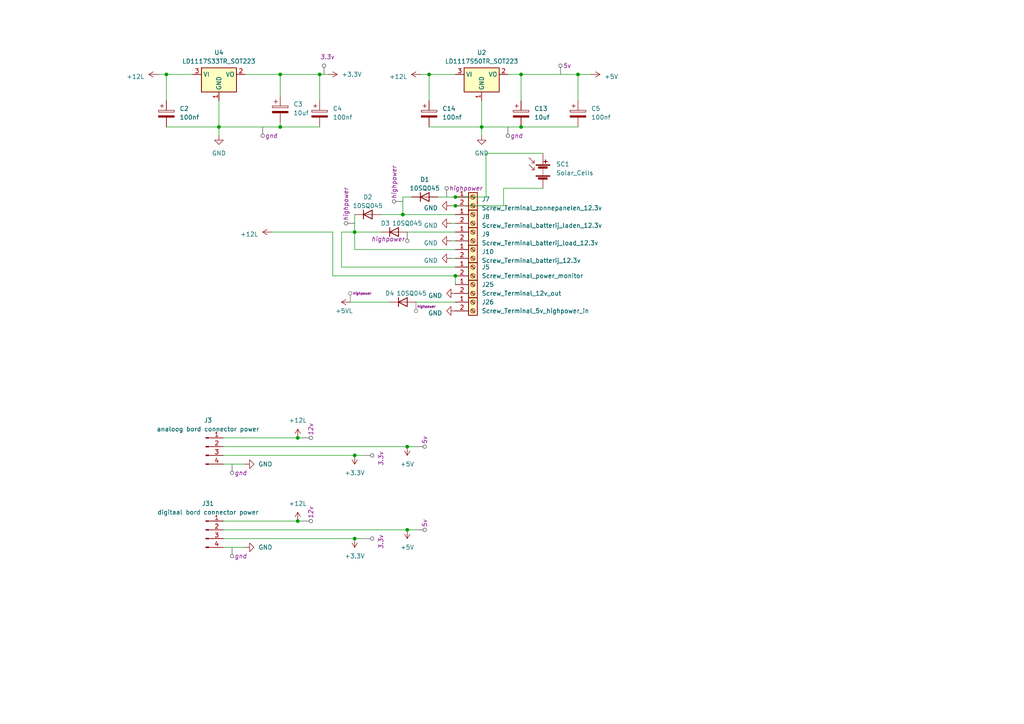
<source format=kicad_sch>
(kicad_sch (version 20231120) (generator "eeschema") (generator_version "8.0")
  (paper "A4")
  (lib_symbols
    (symbol "Connector:Conn_01x04_Pin" (pin_names (offset 1.016) hide)
      (property "Reference" "J" (at 0 5.08 0))
      (property "Value" "Conn_01x04_Pin" (at 0 -7.62 0))
      (symbol "Conn_01x04_Pin_1_1"
        (polyline (pts (xy 1.27 -5.08) (xy 0.8636 -5.08)) (stroke (width 0.1524)))
        (polyline (pts (xy 1.27 -2.54) (xy 0.8636 -2.54)) (stroke (width 0.1524)))
        (polyline (pts (xy 1.27 0) (xy 0.8636 0)) (stroke (width 0.1524)))
        (polyline (pts (xy 1.27 2.54) (xy 0.8636 2.54)) (stroke (width 0.1524)))
        (rectangle (start 0.8636 -4.953) (end 0 -5.207) (stroke (width 0.1524)) (fill (type outline)))
        (rectangle (start 0.8636 -2.413) (end 0 -2.667) (stroke (width 0.1524)) (fill (type outline)))
        (rectangle (start 0.8636 0.127) (end 0 -0.127) (stroke (width 0.1524)) (fill (type outline)))
        (rectangle (start 0.8636 2.667) (end 0 2.413) (stroke (width 0.1524)) (fill (type outline)))
        (pin passive line (at 5.08 2.54 180) (length 3.81) (name "Pin_1") (number "1"))
        (pin passive line (at 5.08 0 180) (length 3.81) (name "Pin_2") (number "2"))
        (pin passive line (at 5.08 -2.54 180) (length 3.81) (name "Pin_3") (number "3"))
        (pin passive line (at 5.08 -5.08 180) (length 3.81) (name "Pin_4") (number "4"))
      )
    )
    (symbol "Connector:Screw_Terminal_01x02" (pin_names (offset 1.016) hide)
      (property "Reference" "J" (at 0 2.54 0))
      (property "Value" "Screw_Terminal_01x02" (at 0 -5.08 0))
      (symbol "Screw_Terminal_01x02_1_1"
        (rectangle (start -1.27 1.27) (end 1.27 -3.81) (stroke (width 0.254)) (fill (type background)))
        (circle (center 0 -2.54) (radius 0.635) (stroke (width 0.1524)))
        (polyline (pts (xy -0.5334 -2.2098) (xy 0.3302 -3.048)) (stroke (width 0.1524)))
        (polyline (pts (xy -0.5334 0.3302) (xy 0.3302 -0.508)) (stroke (width 0.1524)))
        (polyline (pts (xy -0.3556 -2.032) (xy 0.508 -2.8702)) (stroke (width 0.1524)))
        (polyline (pts (xy -0.3556 0.508) (xy 0.508 -0.3302)) (stroke (width 0.1524)))
        (circle (center 0 0) (radius 0.635) (stroke (width 0.1524)))
        (pin passive line (at -5.08 0 0) (length 3.81) (name "Pin_1") (number "1"))
        (pin passive line (at -5.08 -2.54 0) (length 3.81) (name "Pin_2") (number "2"))
      )
    )
    (symbol "Device:C_Polarized" (pin_numbers hide) (pin_names (offset 0.254))
      (property "Reference" "C" (at 0.635 2.54 0))
      (property "Value" "C_Polarized" (at 0.635 -2.54 0))
      (symbol "C_Polarized_0_1"
        (rectangle (start -2.286 0.508) (end 2.286 1.016))
        (polyline (pts (xy -1.778 2.286) (xy -0.762 2.286)))
        (polyline (pts (xy -1.27 2.794) (xy -1.27 1.778)))
        (rectangle (start 2.286 -0.508) (end -2.286 -1.016) (fill (type outline)))
      )
      (symbol "C_Polarized_1_1"
        (pin passive line (at 0 3.81 270) (length 2.794) (name "~") (number "1"))
        (pin passive line (at 0 -3.81 90) (length 2.794) (name "~") (number "2"))
      )
    )
    (symbol "Device:D" (pin_numbers hide) (pin_names (offset 1.016) hide)
      (property "Reference" "D" (at 0 2.54 0))
      (property "Value" "D" (at 0 -2.54 0))
      (symbol "D_0_1"
        (polyline (pts (xy -1.27 1.27) (xy -1.27 -1.27)) (stroke (width 0.254)))
        (polyline (pts (xy 1.27 0) (xy -1.27 0)))
        (polyline (pts (xy 1.27 1.27) (xy 1.27 -1.27) (xy -1.27 0) (xy 1.27 1.27)) (stroke (width 0.254)))
      )
      (symbol "D_1_1"
        (pin passive line (at -3.81 0 0) (length 2.54) (name "K") (number "1"))
        (pin passive line (at 3.81 0 180) (length 2.54) (name "A") (number "2"))
      )
    )
    (symbol "Device:Solar_Cells" (pin_numbers hide) (pin_names (offset 0) hide)
      (property "Reference" "SC" (at 2.54 2.54 0))
      (property "Value" "Solar_Cells" (at 2.54 0 0))
      (symbol "Solar_Cells_0_1"
        (rectangle (start -2.032 -1.397) (end 2.032 -1.651) (fill (type outline)))
        (rectangle (start -2.032 1.778) (end 2.032 1.524) (fill (type outline)))
        (rectangle (start -1.3208 -1.9812) (end 1.27 -2.4892) (fill (type outline)))
        (rectangle (start -1.3208 1.1938) (end 1.27 0.6858) (fill (type outline)))
        (polyline (pts (xy -2.54 0.254) (xy -4.064 1.778)))
        (polyline (pts (xy -2.54 2.286) (xy -4.064 3.81)))
        (polyline (pts (xy 0 -1.524) (xy 0 -1.27)))
        (polyline (pts (xy 0 -1.016) (xy 0 -0.762)))
        (polyline (pts (xy 0 -0.508) (xy 0 -0.254)))
        (polyline (pts (xy 0 0) (xy 0 0.254)))
        (polyline (pts (xy 0 0.508) (xy 0 0.762)))
        (polyline (pts (xy 0 1.778) (xy 0 2.54)))
        (polyline (pts (xy 0.254 2.667) (xy 1.27 2.667)) (stroke (width 0.254)))
        (polyline (pts (xy 0.762 3.175) (xy 0.762 2.159)) (stroke (width 0.254)))
        (polyline (pts (xy -2.54 1.016) (xy -2.54 0.254) (xy -3.302 0.254)))
        (polyline (pts (xy -2.54 3.048) (xy -2.54 2.286) (xy -3.302 2.286)))
      )
      (symbol "Solar_Cells_1_1"
        (pin passive line (at 0 5.08 270) (length 2.54) (name "+") (number "1"))
        (pin passive line (at 0 -5.08 90) (length 2.54) (name "-") (number "2"))
      )
    )
    (symbol "Regulator_Linear:LD1117S33TR_SOT223"
      (property "Reference" "U" (at -3.81 3.175 0))
      (property "Value" "LD1117S33TR_SOT223" (at 0 3.175 0))
      (symbol "LD1117S33TR_SOT223_0_1"
        (rectangle (start -5.08 -5.08) (end 5.08 1.905) (stroke (width 0.254)) (fill (type background)))
      )
      (symbol "LD1117S33TR_SOT223_1_1"
        (pin power_in line (at 0 -7.62 90) (length 2.54) (name "GND") (number "1"))
        (pin power_out line (at 7.62 0 180) (length 2.54) (name "VO") (number "2"))
        (pin power_in line (at -7.62 0 0) (length 2.54) (name "VI") (number "3"))
      )
    )
    (symbol "Regulator_Linear:LD1117S50TR_SOT223"
      (property "Reference" "U" (at -3.81 3.175 0))
      (property "Value" "LD1117S50TR_SOT223" (at 0 3.175 0))
      (symbol "LD1117S50TR_SOT223_0_1"
        (rectangle (start -5.08 -5.08) (end 5.08 1.905) (stroke (width 0.254)) (fill (type background)))
      )
      (symbol "LD1117S50TR_SOT223_1_1"
        (pin power_in line (at 0 -7.62 90) (length 2.54) (name "GND") (number "1"))
        (pin power_out line (at 7.62 0 180) (length 2.54) (name "VO") (number "2"))
        (pin power_in line (at -7.62 0 0) (length 2.54) (name "VI") (number "3"))
      )
    )
    (symbol "power:+12L" (power) (pin_numbers hide) (pin_names (offset 0) hide)
      (property "Value" "+12L" (at 0 3.556 0))
      (symbol "+12L_0_1"
        (polyline (pts (xy -0.762 1.27) (xy 0 2.54)))
        (polyline (pts (xy 0 0) (xy 0 2.54)))
        (polyline (pts (xy 0 2.54) (xy 0.762 1.27)))
      )
      (symbol "+12L_1_1"
        (pin power_in line (at 0 0 90) (length 0) (name "~") (number "1"))
      )
    )
    (symbol "power:+3.3V" (power) (pin_numbers hide) (pin_names (offset 0) hide)
      (property "Value" "+3.3V" (at 0 3.556 0))
      (symbol "+3.3V_0_1"
        (polyline (pts (xy -0.762 1.27) (xy 0 2.54)))
        (polyline (pts (xy 0 0) (xy 0 2.54)))
        (polyline (pts (xy 0 2.54) (xy 0.762 1.27)))
      )
      (symbol "+3.3V_1_1"
        (pin power_in line (at 0 0 90) (length 0) (name "~") (number "1"))
      )
    )
    (symbol "power:+5V" (power) (pin_numbers hide) (pin_names (offset 0) hide)
      (property "Value" "+5V" (at 0 3.556 0))
      (symbol "+5V_0_1"
        (polyline (pts (xy -0.762 1.27) (xy 0 2.54)))
        (polyline (pts (xy 0 0) (xy 0 2.54)))
        (polyline (pts (xy 0 2.54) (xy 0.762 1.27)))
      )
      (symbol "+5V_1_1"
        (pin power_in line (at 0 0 90) (length 0) (name "~") (number "1"))
      )
    )
    (symbol "power:+5VL" (power) (pin_numbers hide) (pin_names (offset 0) hide)
      (property "Value" "+5VL" (at 0 3.556 0))
      (symbol "+5VL_0_1"
        (polyline (pts (xy -0.762 1.27) (xy 0 2.54)))
        (polyline (pts (xy 0 0) (xy 0 2.54)))
        (polyline (pts (xy 0 2.54) (xy 0.762 1.27)))
      )
      (symbol "+5VL_1_1"
        (pin power_in line (at 0 0 90) (length 0) (name "~") (number "1"))
      )
    )
    (symbol "power:GND" (power) (pin_numbers hide) (pin_names (offset 0) hide)
      (property "Value" "GND" (at 0 -3.81 0))
      (symbol "GND_0_1"
        (polyline (pts (xy 0 0) (xy 0 -1.27) (xy 1.27 -1.27) (xy 0 -2.54) (xy -1.27 -1.27) (xy 0 -1.27)))
      )
      (symbol "GND_1_1"
        (pin power_in line (at 0 0 270) (length 0) (name "~") (number "1"))
      )
    )
  )
  (junction (at 151.13 36.83))
  (junction (at 167.64 21.59))
  (junction (at 132.08 57.15))
  (junction (at 151.13 21.59))
  (junction (at 86.36 127))
  (junction (at 132.08 59.69))
  (junction (at 118.11 129.54))
  (junction (at 86.36 151.13))
  (junction (at 116.84 62.23))
  (junction (at 81.28 36.83))
  (junction (at 48.26 21.59))
  (junction (at 102.87 132.08))
  (junction (at 132.08 80.01))
  (junction (at 92.71 21.59))
  (junction (at 118.11 153.67))
  (junction (at 139.7 36.83))
  (junction (at 102.87 156.21))
  (junction (at 102.87 67.31))
  (junction (at 81.28 21.59))
  (junction (at 63.5 36.83))
  (junction (at 124.46 21.59))
  (wire (pts (xy 118.11 67.31) (xy 132.08 67.31)))
  (wire (pts (xy 167.64 21.59) (xy 171.45 21.59)))
  (wire (pts (xy 118.11 153.67) (xy 120.65 153.67)))
  (wire (pts (xy 102.87 72.39) (xy 102.87 67.31)))
  (wire (pts (xy 48.26 36.83) (xy 63.5 36.83)))
  (wire (pts (xy 64.77 153.67) (xy 118.11 153.67)))
  (wire (pts (xy 81.28 21.59) (xy 92.71 21.59)))
  (wire (pts (xy 71.12 158.75) (xy 64.77 158.75)))
  (wire (pts (xy 102.87 156.21) (xy 105.41 156.21)))
  (wire (pts (xy 96.52 80.01) (xy 96.52 67.31)))
  (wire (pts (xy 48.26 21.59) (xy 48.26 29.21)))
  (wire (pts (xy 102.87 67.31) (xy 110.49 67.31)))
  (wire (pts (xy 102.87 132.08) (xy 105.41 132.08)))
  (wire (pts (xy 63.5 39.37) (xy 63.5 36.83)))
  (wire (pts (xy 63.5 36.83) (xy 81.28 36.83)))
  (wire (pts (xy 92.71 29.21) (xy 92.71 21.59)))
  (wire (pts (xy 127 57.15) (xy 132.08 57.15)))
  (wire (pts (xy 64.77 156.21) (xy 102.87 156.21)))
  (wire (pts (xy 120.65 87.63) (xy 132.08 87.63)))
  (wire (pts (xy 96.52 80.01) (xy 132.08 80.01)))
  (wire (pts (xy 139.7 36.83) (xy 151.13 36.83)))
  (wire (pts (xy 99.06 67.31) (xy 99.06 77.47)))
  (wire (pts (xy 81.28 36.83) (xy 92.71 36.83)))
  (wire (pts (xy 64.77 151.13) (xy 86.36 151.13)))
  (wire (pts (xy 86.36 151.13) (xy 87.63 151.13)))
  (wire (pts (xy 101.6 87.63) (xy 113.03 87.63)))
  (wire (pts (xy 130.81 64.77) (xy 132.08 64.77)))
  (wire (pts (xy 102.87 67.31) (xy 99.06 67.31)))
  (wire (pts (xy 96.52 67.31) (xy 78.74 67.31)))
  (wire (pts (xy 119.38 57.15) (xy 116.84 57.15)))
  (wire (pts (xy 124.46 21.59) (xy 132.08 21.59)))
  (wire (pts (xy 151.13 21.59) (xy 151.13 29.21)))
  (wire (pts (xy 124.46 36.83) (xy 139.7 36.83)))
  (wire (pts (xy 140.97 44.45) (xy 140.97 57.15)))
  (wire (pts (xy 157.48 54.61) (xy 146.05 54.61)))
  (wire (pts (xy 102.87 72.39) (xy 132.08 72.39)))
  (wire (pts (xy 130.81 69.85) (xy 132.08 69.85)))
  (wire (pts (xy 124.46 21.59) (xy 124.46 29.21)))
  (wire (pts (xy 151.13 36.83) (xy 167.64 36.83)))
  (wire (pts (xy 116.84 62.23) (xy 132.08 62.23)))
  (wire (pts (xy 48.26 21.59) (xy 55.88 21.59)))
  (wire (pts (xy 157.48 44.45) (xy 140.97 44.45)))
  (wire (pts (xy 110.49 62.23) (xy 116.84 62.23)))
  (wire (pts (xy 139.7 36.83) (xy 139.7 29.21)))
  (wire (pts (xy 147.32 21.59) (xy 151.13 21.59)))
  (wire (pts (xy 132.08 59.69) (xy 146.05 59.69)))
  (wire (pts (xy 81.28 35.56) (xy 81.28 36.83)))
  (wire (pts (xy 102.87 62.23) (xy 102.87 67.31)))
  (wire (pts (xy 167.64 29.21) (xy 167.64 21.59)))
  (wire (pts (xy 116.84 57.15) (xy 116.84 62.23)))
  (wire (pts (xy 45.72 21.59) (xy 48.26 21.59)))
  (wire (pts (xy 130.81 74.93) (xy 132.08 74.93)))
  (wire (pts (xy 139.7 39.37) (xy 139.7 36.83)))
  (wire (pts (xy 71.12 134.62) (xy 64.77 134.62)))
  (wire (pts (xy 71.12 21.59) (xy 81.28 21.59)))
  (wire (pts (xy 64.77 129.54) (xy 118.11 129.54)))
  (wire (pts (xy 140.97 57.15) (xy 132.08 57.15)))
  (wire (pts (xy 64.77 132.08) (xy 102.87 132.08)))
  (wire (pts (xy 92.71 21.59) (xy 95.25 21.59)))
  (wire (pts (xy 81.28 21.59) (xy 81.28 27.94)))
  (wire (pts (xy 130.81 59.69) (xy 132.08 59.69)))
  (wire (pts (xy 86.36 127) (xy 87.63 127)))
  (wire (pts (xy 99.06 77.47) (xy 132.08 77.47)))
  (wire (pts (xy 64.77 127) (xy 86.36 127)))
  (wire (pts (xy 118.11 129.54) (xy 120.65 129.54)))
  (wire (pts (xy 63.5 36.83) (xy 63.5 29.21)))
  (wire (pts (xy 146.05 54.61) (xy 146.05 59.69)))
  (wire (pts (xy 132.08 80.01) (xy 132.08 82.55)))
  (wire (pts (xy 151.13 21.59) (xy 167.64 21.59)))
  (wire (pts (xy 121.92 21.59) (xy 124.46 21.59)))
  (netclass_flag "" (length 2.54) (shape round) (at 116.84 58.42 90) (property "Netclass" "highpower" (at 114.3 57.7215 90) (effects (font (italic yes)) (justify left))))
  (netclass_flag "" (length 2.54) (shape round) (at 93.98 21.59 0) (property "Netclass" "3.3v" (at 97.028 16.51 0) (effects (font (italic yes)) (justify right))))
  (netclass_flag "" (length 2.54) (shape round) (at 129.54 57.15 0) (property "Netclass" "highpower" (at 130.2385 54.61 0) (effects (font (italic yes)) (justify left))))
  (netclass_flag "" (length 2.54) (shape round) (at 120.65 129.54 270) (property "Netclass" "5v" (at 123.19 128.8415 90) (effects (font (italic yes)) (justify left))))
  (netclass_flag "" (length 2.54) (shape round) (at 87.63 151.13 270) (property "Netclass" "12v" (at 90.17 150.4315 90) (effects (font (italic yes)) (justify left))))
  (netclass_flag "" (length 2.54) (shape round) (at 118.11 67.31 180) (property "Netclass" "highpower" (at 107.696 69.342 0) (effects (font (italic yes)) (justify left))))
  (netclass_flag "" (length 2.54) (shape round) (at 87.63 127 270) (property "Netclass" "12v" (at 90.17 126.3015 90) (effects (font (italic yes)) (justify left))))
  (netclass_flag "" (length 2.54) (shape round) (at 147.32 36.83 180) (property "Netclass" "gnd" (at 148.0185 39.37 0) (effects (font (italic yes)) (justify left))))
  (netclass_flag "" (length 2.54) (shape round) (at 67.31 158.75 180) (property "Netclass" "gnd" (at 68.0085 161.29 0) (effects (font (italic yes)) (justify left))))
  (netclass_flag "" (length 2.54) (shape round) (at 105.41 132.08 270) (property "Netclass" "3.3v" (at 110.49 135.128 90) (effects (font (italic yes)) (justify left))))
  (netclass_flag "" (length 2.54) (shape round) (at 120.65 87.63 180) (property "Netclass" "highpower" (at 120.904 88.9 0) (effects (font (size 0.7 0.7) (italic yes)) (justify left))))
  (netclass_flag "" (length 2.54) (shape round) (at 76.2 36.83 180) (property "Netclass" "gnd" (at 76.8985 39.37 0) (effects (font (italic yes)) (justify left))))
  (netclass_flag "" (length 2.54) (shape round) (at 102.87 64.77 90) (property "Netclass" "highpower" (at 100.33 64.0715 90) (effects (font (italic yes)) (justify left))))
  (netclass_flag "" (length 2.54) (shape round) (at 101.6 87.63 0) (property "Netclass" "highpower" (at 102.2985 85.09 0) (effects (font (size 0.7 0.7) (italic yes)) (justify left))))
  (netclass_flag "" (length 2.54) (shape round) (at 67.31 134.62 180) (property "Netclass" "gnd" (at 68.0085 137.16 0) (effects (font (italic yes)) (justify left))))
  (netclass_flag "" (length 2.54) (shape round) (at 162.56 21.59 0) (property "Netclass" "5v" (at 163.2585 19.05 0) (effects (font (italic yes)) (justify left))))
  (netclass_flag "" (length 2.54) (shape round) (at 105.41 156.21 270) (property "Netclass" "3.3v" (at 110.49 159.258 90) (effects (font (italic yes)) (justify left))))
  (netclass_flag "" (length 2.54) (shape round) (at 120.65 153.67 270) (property "Netclass" "5v" (at 123.19 152.9715 90) (effects (font (italic yes)) (justify left))))
  (symbol (lib_id "Connector:Screw_Terminal_01x02") (at 137.16 72.39 0) (unit 1)
    (property "Reference" "J10" (at 139.7 73.025 0) (effects (justify left)))
    (property "Value" "Screw_Terminal_batterij_12.3v" (at 139.7 75.565 0) (effects (justify left)))
    (property "Footprint" "TerminalBlock_4Ucon:TerminalBlock_4Ucon_1x02_P3.50mm_Horizontal" (effects (hide yes)))
    (property "Description" "Generic screw terminal, single row, 01x02, script generated (kicad-library-utils/schlib/autogen/connector/)" (effects (hide yes)))
  )
  (symbol (lib_id "Device:D") (at 106.68 62.23 0) (unit 1)
    (property "Reference" "D2" (at 106.68 57.15 0))
    (property "Value" "10SQ045" (at 106.68 59.69 0))
    (property "Footprint" "Diode_THT:D_DO-201AD_P12.70mm_Horizontal" (effects (hide yes)))
    (property "Description" "Diode" (effects (hide yes)))
    (property "Sim.Device" "D" (effects (hide yes)))
    (property "Sim.Pins" "1=K 2=A" (effects (hide yes)))
  )
  (symbol (lib_id "power:+3.3V") (at 102.87 156.21 180) (unit 1)
    (property "Reference" "#PWR076" (effects (hide yes)))
    (property "Value" "+3.3V" (at 102.87 161.29 0))
    (property "Description" "Power symbol creates a global label with name \"+3.3V\"" (effects (hide yes)))
  )
  (symbol (lib_id "Connector:Screw_Terminal_01x02") (at 137.16 67.31 0) (unit 1)
    (property "Reference" "J9" (at 139.7 67.945 0) (effects (justify left)))
    (property "Value" "Screw_Terminal_batterij_load_12.3v" (at 139.7 70.485 0) (effects (justify left)))
    (property "Footprint" "TerminalBlock_4Ucon:TerminalBlock_4Ucon_1x02_P3.50mm_Horizontal" (effects (hide yes)))
    (property "Description" "Generic screw terminal, single row, 01x02, script generated (kicad-library-utils/schlib/autogen/connector/)" (effects (hide yes)))
  )
  (symbol (lib_id "Device:D") (at 114.3 67.31 0) (unit 1)
    (property "Reference" "D3" (at 111.76 64.77 0))
    (property "Value" "10SQ045" (at 118.11 64.77 0))
    (property "Footprint" "Diode_THT:D_DO-201AD_P12.70mm_Horizontal" (effects (hide yes)))
    (property "Description" "Diode" (effects (hide yes)))
    (property "Sim.Device" "D" (effects (hide yes)))
    (property "Sim.Pins" "1=K 2=A" (effects (hide yes)))
  )
  (symbol (lib_id "power:+12L") (at 78.74 67.31 90) (unit 1)
    (property "Reference" "#PWR044" (effects (hide yes)))
    (property "Value" "+12L" (at 74.93 67.945 90) (effects (justify left)))
    (property "Description" "Power symbol creates a global label with name \"+12L\"" (effects (hide yes)))
  )
  (symbol (lib_id "power:GND") (at 63.5 39.37 0) (unit 1)
    (property "Reference" "#PWR039" (effects (hide yes)))
    (property "Value" "GND" (at 63.5 44.45 0))
    (property "Description" "Power symbol creates a global label with name \"GND\" , ground" (effects (hide yes)))
  )
  (symbol (lib_id "Regulator_Linear:LD1117S33TR_SOT223") (at 63.5 21.59 0) (unit 1)
    (property "Reference" "U4" (at 63.5 15.24 0))
    (property "Value" "LD1117S33TR_SOT223" (at 63.5 17.78 0))
    (property "Footprint" "Package_TO_SOT_SMD:SOT-223-3_TabPin2" (effects (hide yes)))
    (property "Datasheet" "http://www.st.com/st-web-ui/static/active/en/resource/technical/document/datasheet/CD00000544.pdf" (effects (hide yes)))
    (property "Description" "800mA Fixed Low Drop Positive Voltage Regulator, Fixed Output 3.3V, SOT-223" (effects (hide yes)))
  )
  (symbol (lib_id "power:GND") (at 139.7 39.37 0) (unit 1)
    (property "Reference" "#PWR046" (effects (hide yes)))
    (property "Value" "GND" (at 139.7 44.45 0))
    (property "Description" "Power symbol creates a global label with name \"GND\" , ground" (effects (hide yes)))
  )
  (symbol (lib_id "power:GND") (at 71.12 134.62 90) (unit 1)
    (property "Reference" "#PWR01" (effects (hide yes)))
    (property "Value" "GND" (at 74.93 134.6199 90) (effects (justify right)))
    (property "Description" "Power symbol creates a global label with name \"GND\" , ground" (effects (hide yes)))
  )
  (symbol (lib_id "power:+3.3V") (at 95.25 21.59 270) (unit 1)
    (property "Reference" "#PWR040" (effects (hide yes)))
    (property "Value" "+3.3V" (at 99.06 21.5899 90) (effects (justify left)))
    (property "Description" "Power symbol creates a global label with name \"+3.3V\"" (effects (hide yes)))
  )
  (symbol (lib_id "power:GND") (at 130.81 59.69 270) (unit 1)
    (property "Reference" "#PWR042" (effects (hide yes)))
    (property "Value" "GND" (at 127 60.325 90) (effects (justify right)))
    (property "Description" "Power symbol creates a global label with name \"GND\" , ground" (effects (hide yes)))
  )
  (symbol (lib_id "power:GND") (at 130.81 64.77 270) (unit 1)
    (property "Reference" "#PWR045" (effects (hide yes)))
    (property "Value" "GND" (at 127 65.405 90) (effects (justify right)))
    (property "Description" "Power symbol creates a global label with name \"GND\" , ground" (effects (hide yes)))
  )
  (symbol (lib_id "Device:C_Polarized") (at 81.28 31.75 0) (unit 1)
    (property "Reference" "C3" (at 85.09 30.226 0) (effects (justify left)))
    (property "Value" "10uf" (at 85.09 32.766 0) (effects (justify left)))
    (property "Footprint" "Capacitor_SMD:C_1206_3216Metric_Pad1.33x1.80mm_HandSolder" (effects (hide yes)))
    (property "Description" "Polarized capacitor" (effects (hide yes)))
  )
  (symbol (lib_id "power:GND") (at 132.08 90.17 270) (unit 1)
    (property "Reference" "#PWR054" (effects (hide yes)))
    (property "Value" "GND" (at 128.27 90.805 90) (effects (justify right)))
    (property "Description" "Power symbol creates a global label with name \"GND\" , ground" (effects (hide yes)))
  )
  (symbol (lib_id "Connector:Screw_Terminal_01x02") (at 137.16 57.15 0) (unit 1)
    (property "Reference" "J7" (at 139.7 57.785 0) (effects (justify left)))
    (property "Value" "Screw_Terminal_zonnepanelen_12.3v" (at 139.7 60.325 0) (effects (justify left)))
    (property "Footprint" "TerminalBlock_4Ucon:TerminalBlock_4Ucon_1x02_P3.50mm_Horizontal" (effects (hide yes)))
    (property "Description" "Generic screw terminal, single row, 01x02, script generated (kicad-library-utils/schlib/autogen/connector/)" (effects (hide yes)))
  )
  (symbol (lib_id "power:+5VL") (at 101.6 87.63 90) (unit 1)
    (property "Reference" "#PWR055" (effects (hide yes)))
    (property "Value" "+5VL" (at 102.362 90.17 90) (effects (justify left)))
    (property "Description" "Power symbol creates a global label with name \"+5VL\"" (effects (hide yes)))
  )
  (symbol (lib_id "power:+5V") (at 118.11 129.54 180) (unit 1)
    (property "Reference" "#PWR04" (effects (hide yes)))
    (property "Value" "+5V" (at 118.11 134.62 0))
    (property "Description" "Power symbol creates a global label with name \"+5V\"" (effects (hide yes)))
  )
  (symbol (lib_id "Connector:Screw_Terminal_01x02") (at 137.16 77.47 0) (unit 1)
    (property "Reference" "J5" (at 139.7 77.4699 0) (effects (justify left)))
    (property "Value" "Screw_Terminal_power_monitor" (at 139.7 80.0099 0) (effects (justify left)))
    (property "Footprint" "TerminalBlock_4Ucon:TerminalBlock_4Ucon_1x02_P3.50mm_Horizontal" (effects (hide yes)))
    (property "Description" "Generic screw terminal, single row, 01x02, script generated (kicad-library-utils/schlib/autogen/connector/)" (effects (hide yes)))
  )
  (symbol (lib_id "power:GND") (at 130.81 69.85 270) (unit 1)
    (property "Reference" "#PWR047" (effects (hide yes)))
    (property "Value" "GND" (at 127 70.485 90) (effects (justify right)))
    (property "Description" "Power symbol creates a global label with name \"GND\" , ground" (effects (hide yes)))
  )
  (symbol (lib_id "power:+12L") (at 121.92 21.59 90) (unit 1)
    (property "Reference" "#PWR043" (effects (hide yes)))
    (property "Value" "+12L" (at 118.11 22.225 90) (effects (justify left)))
    (property "Description" "Power symbol creates a global label with name \"+12L\"" (effects (hide yes)))
  )
  (symbol (lib_id "Device:C_Polarized") (at 151.13 33.02 0) (unit 1)
    (property "Reference" "C13" (at 154.94 31.496 0) (effects (justify left)))
    (property "Value" "10uf" (at 154.94 34.036 0) (effects (justify left)))
    (property "Footprint" "Capacitor_SMD:C_1206_3216Metric_Pad1.33x1.80mm_HandSolder" (effects (hide yes)))
    (property "Description" "Polarized capacitor" (effects (hide yes)))
  )
  (symbol (lib_id "Regulator_Linear:LD1117S50TR_SOT223") (at 139.7 21.59 0) (unit 1)
    (property "Reference" "U2" (at 139.7 15.24 0))
    (property "Value" "LD1117S50TR_SOT223" (at 139.7 17.78 0))
    (property "Footprint" "Package_TO_SOT_SMD:SOT-223-3_TabPin2" (effects (hide yes)))
    (property "Datasheet" "http://www.st.com/st-web-ui/static/active/en/resource/technical/document/datasheet/CD00000544.pdf" (effects (hide yes)))
    (property "Description" "800mA Fixed Low Drop Positive Voltage Regulator, Fixed Output 5.0V, SOT-223" (effects (hide yes)))
  )
  (symbol (lib_id "Connector:Conn_01x04_Pin") (at 59.69 153.67 0) (unit 1)
    (property "Reference" "J31" (at 60.325 146.05 0))
    (property "Value" "digitaal bord connector power" (at 60.325 148.59 0))
    (property "Footprint" "Connector_JST:JST_XH_B4B-XH-AM_1x04_P2.50mm_Vertical" (effects (hide yes)))
    (property "Description" "Generic connector, single row, 01x04, script generated" (effects (hide yes)))
  )
  (symbol (lib_id "power:+12L") (at 86.36 127 0) (unit 1)
    (property "Reference" "#PWR02" (effects (hide yes)))
    (property "Value" "+12L" (at 86.36 121.92 0))
    (property "Description" "Power symbol creates a global label with name \"+12L\"" (effects (hide yes)))
  )
  (symbol (lib_id "power:GND") (at 132.08 85.09 270) (unit 1)
    (property "Reference" "#PWR053" (effects (hide yes)))
    (property "Value" "GND" (at 128.27 85.725 90) (effects (justify right)))
    (property "Description" "Power symbol creates a global label with name \"GND\" , ground" (effects (hide yes)))
  )
  (symbol (lib_id "Device:C_Polarized") (at 124.46 33.02 0) (unit 1)
    (property "Reference" "C14" (at 128.27 31.496 0) (effects (justify left)))
    (property "Value" "100nf" (at 128.27 34.036 0) (effects (justify left)))
    (property "Footprint" "Capacitor_SMD:C_1206_3216Metric_Pad1.33x1.80mm_HandSolder" (effects (hide yes)))
    (property "Description" "Polarized capacitor" (effects (hide yes)))
  )
  (symbol (lib_id "power:GND") (at 71.12 158.75 90) (unit 1)
    (property "Reference" "#PWR074" (effects (hide yes)))
    (property "Value" "GND" (at 74.93 158.7499 90) (effects (justify right)))
    (property "Description" "Power symbol creates a global label with name \"GND\" , ground" (effects (hide yes)))
  )
  (symbol (lib_id "Connector:Conn_01x04_Pin") (at 59.69 129.54 0) (unit 1)
    (property "Reference" "J3" (at 60.325 121.92 0))
    (property "Value" "analoog bord connector power" (at 60.325 124.46 0))
    (property "Footprint" "Connector_JST:JST_XH_B4B-XH-AM_1x04_P2.50mm_Vertical" (effects (hide yes)))
    (property "Description" "Generic connector, single row, 01x04, script generated" (effects (hide yes)))
  )
  (symbol (lib_id "Connector:Screw_Terminal_01x02") (at 137.16 82.55 0) (unit 1)
    (property "Reference" "J25" (at 139.7 82.5499 0) (effects (justify left)))
    (property "Value" "Screw_Terminal_12v_out" (at 139.7 85.0899 0) (effects (justify left)))
    (property "Footprint" "TerminalBlock_4Ucon:TerminalBlock_4Ucon_1x02_P3.50mm_Horizontal" (effects (hide yes)))
    (property "Description" "Generic screw terminal, single row, 01x02, script generated (kicad-library-utils/schlib/autogen/connector/)" (effects (hide yes)))
  )
  (symbol (lib_id "Device:C_Polarized") (at 48.26 33.02 0) (unit 1)
    (property "Reference" "C2" (at 52.07 31.496 0) (effects (justify left)))
    (property "Value" "100nf" (at 52.07 34.036 0) (effects (justify left)))
    (property "Footprint" "Capacitor_SMD:C_1206_3216Metric_Pad1.33x1.80mm_HandSolder" (effects (hide yes)))
    (property "Description" "Polarized capacitor" (effects (hide yes)))
  )
  (symbol (lib_id "power:+5V") (at 118.11 153.67 180) (unit 1)
    (property "Reference" "#PWR078" (effects (hide yes)))
    (property "Value" "+5V" (at 118.11 158.75 0))
    (property "Description" "Power symbol creates a global label with name \"+5V\"" (effects (hide yes)))
  )
  (symbol (lib_id "power:+12L") (at 86.36 151.13 0) (unit 1)
    (property "Reference" "#PWR075" (effects (hide yes)))
    (property "Value" "+12L" (at 86.36 146.05 0))
    (property "Description" "Power symbol creates a global label with name \"+12L\"" (effects (hide yes)))
  )
  (symbol (lib_id "power:GND") (at 130.81 74.93 270) (unit 1)
    (property "Reference" "#PWR049" (effects (hide yes)))
    (property "Value" "GND" (at 127 75.565 90) (effects (justify right)))
    (property "Description" "Power symbol creates a global label with name \"GND\" , ground" (effects (hide yes)))
  )
  (symbol (lib_id "Device:D") (at 116.84 87.63 0) (unit 1)
    (property "Reference" "D4" (at 113.03 85.09 0))
    (property "Value" "10SQ045" (at 119.38 85.09 0))
    (property "Footprint" "Diode_THT:D_DO-201AD_P12.70mm_Horizontal" (effects (hide yes)))
    (property "Description" "Diode" (effects (hide yes)))
    (property "Sim.Device" "D" (effects (hide yes)))
    (property "Sim.Pins" "1=K 2=A" (effects (hide yes)))
  )
  (symbol (lib_id "power:+12L") (at 45.72 21.59 90) (unit 1)
    (property "Reference" "#PWR038" (effects (hide yes)))
    (property "Value" "+12L" (at 41.91 22.225 90) (effects (justify left)))
    (property "Description" "Power symbol creates a global label with name \"+12L\"" (effects (hide yes)))
  )
  (symbol (lib_id "Connector:Screw_Terminal_01x02") (at 137.16 87.63 0) (unit 1)
    (property "Reference" "J26" (at 139.7 87.6299 0) (effects (justify left)))
    (property "Value" "Screw_Terminal_5v_highpower_in" (at 139.7 90.1699 0) (effects (justify left)))
    (property "Footprint" "TerminalBlock_4Ucon:TerminalBlock_4Ucon_1x02_P3.50mm_Horizontal" (effects (hide yes)))
    (property "Description" "Generic screw terminal, single row, 01x02, script generated (kicad-library-utils/schlib/autogen/connector/)" (effects (hide yes)))
  )
  (symbol (lib_id "Connector:Screw_Terminal_01x02") (at 137.16 62.23 0) (unit 1)
    (property "Reference" "J8" (at 139.7 62.865 0) (effects (justify left)))
    (property "Value" "Screw_Terminal_batterij_laden_12.3v" (at 139.7 65.405 0) (effects (justify left)))
    (property "Footprint" "TerminalBlock_4Ucon:TerminalBlock_4Ucon_1x02_P3.50mm_Horizontal" (effects (hide yes)))
    (property "Description" "Generic screw terminal, single row, 01x02, script generated (kicad-library-utils/schlib/autogen/connector/)" (effects (hide yes)))
  )
  (symbol (lib_id "Device:C_Polarized") (at 167.64 33.02 0) (unit 1)
    (property "Reference" "C5" (at 171.45 31.496 0) (effects (justify left)))
    (property "Value" "100nf" (at 171.45 34.036 0) (effects (justify left)))
    (property "Footprint" "Capacitor_SMD:C_1206_3216Metric_Pad1.33x1.80mm_HandSolder" (effects (hide yes)))
    (property "Description" "Polarized capacitor" (effects (hide yes)))
  )
  (symbol (lib_id "Device:D") (at 123.19 57.15 0) (unit 1)
    (property "Reference" "D1" (at 123.19 52.07 0))
    (property "Value" "10SQ045" (at 123.19 54.61 0))
    (property "Footprint" "Diode_THT:D_DO-201AD_P12.70mm_Horizontal" (effects (hide yes)))
    (property "Description" "Diode" (effects (hide yes)))
    (property "Sim.Device" "D" (effects (hide yes)))
    (property "Sim.Pins" "1=K 2=A" (effects (hide yes)))
  )
  (symbol (lib_id "power:+3.3V") (at 102.87 132.08 180) (unit 1)
    (property "Reference" "#PWR03" (effects (hide yes)))
    (property "Value" "+3.3V" (at 102.87 137.16 0))
    (property "Description" "Power symbol creates a global label with name \"+3.3V\"" (effects (hide yes)))
  )
  (symbol (lib_id "Device:C_Polarized") (at 92.71 33.02 0) (unit 1)
    (property "Reference" "C4" (at 96.52 31.496 0) (effects (justify left)))
    (property "Value" "100nf" (at 96.52 34.036 0) (effects (justify left)))
    (property "Footprint" "Capacitor_SMD:C_1206_3216Metric_Pad1.33x1.80mm_HandSolder" (effects (hide yes)))
    (property "Description" "Polarized capacitor" (effects (hide yes)))
  )
  (symbol (lib_id "Device:Solar_Cells") (at 157.48 49.53 0) (unit 1) (on_board no)
    (property "Reference" "SC1" (at 161.29 47.6249 0) (effects (justify left)))
    (property "Value" "Solar_Cells" (at 161.29 50.1649 0) (effects (justify left)))
    (property "Description" "Multiple solar cells" (effects (hide yes)))
  )
  (symbol (lib_id "power:+5V") (at 171.45 21.59 270) (unit 1)
    (property "Reference" "#PWR048" (effects (hide yes)))
    (property "Value" "+5V" (at 175.26 22.225 90) (effects (justify left)))
    (property "Description" "Power symbol creates a global label with name \"+5V\"" (effects (hide yes)))
  )
)
</source>
